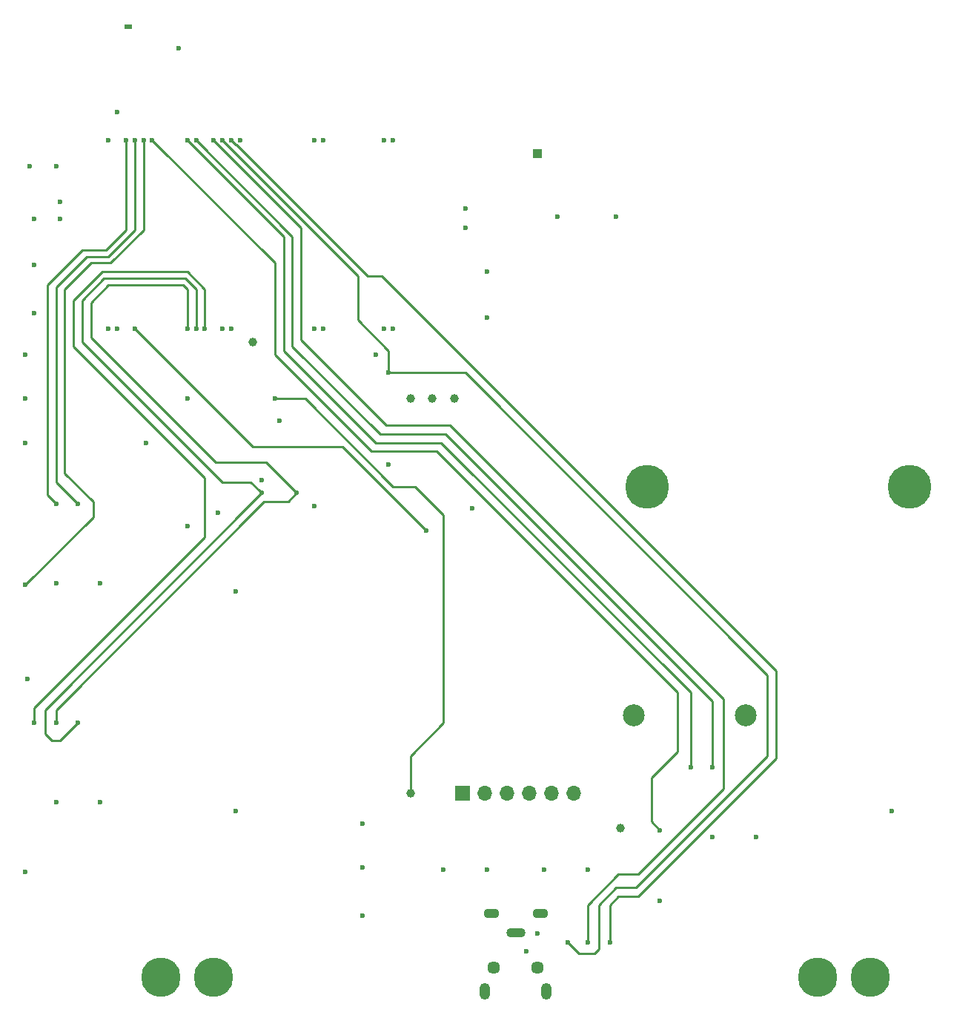
<source format=gbr>
G04 #@! TF.FileFunction,Copper,L4,Bot,Signal*
%FSLAX46Y46*%
G04 Gerber Fmt 4.6, Leading zero omitted, Abs format (unit mm)*
G04 Created by KiCad (PCBNEW 4.0.7-e2-6376~61~ubuntu18.04.1) date Thu Aug  9 16:35:42 2018*
%MOMM*%
%LPD*%
G01*
G04 APERTURE LIST*
%ADD10C,0.100000*%
%ADD11O,1.800000X1.100000*%
%ADD12O,2.200000X1.100000*%
%ADD13R,1.700000X1.700000*%
%ADD14O,1.700000X1.700000*%
%ADD15C,1.000000*%
%ADD16R,0.900000X0.500000*%
%ADD17C,1.450000*%
%ADD18O,1.200000X1.900000*%
%ADD19R,1.000000X1.000000*%
%ADD20C,4.500000*%
%ADD21C,2.500000*%
%ADD22C,5.000000*%
%ADD23C,0.600000*%
%ADD24C,0.250000*%
G04 APERTURE END LIST*
D10*
D11*
X152200000Y-128750000D03*
X157800000Y-128750000D03*
D12*
X155000000Y-130900000D03*
D13*
X148920000Y-115000000D03*
D14*
X151460000Y-115000000D03*
X154000000Y-115000000D03*
X156540000Y-115000000D03*
X159080000Y-115000000D03*
X161620000Y-115000000D03*
D15*
X143000000Y-115000000D03*
X167000000Y-119000000D03*
X145500000Y-70000000D03*
X148000000Y-70000000D03*
X143000000Y-70000000D03*
D16*
X110750000Y-27500000D03*
D15*
X125000000Y-63500000D03*
D17*
X152500000Y-134900000D03*
X157500000Y-134900000D03*
D18*
X151500000Y-137600000D03*
X158500000Y-137600000D03*
D19*
X157500000Y-42000000D03*
D20*
X189500000Y-136000000D03*
X195500000Y-136000000D03*
X114500000Y-136000000D03*
X120500000Y-136000000D03*
D21*
X168500000Y-106100000D03*
X181300000Y-106100000D03*
D22*
X170000000Y-80000000D03*
X200000000Y-80000000D03*
D23*
X100000000Y-49500000D03*
X103000000Y-49500000D03*
X103000000Y-47500000D03*
X109500000Y-37250000D03*
X99500000Y-43500000D03*
X102500000Y-43500000D03*
X116500000Y-30000000D03*
X166500000Y-49250000D03*
X159750000Y-49250000D03*
X151750000Y-55500000D03*
X149250000Y-50500000D03*
X149250000Y-48250000D03*
X127500000Y-70000000D03*
X126000000Y-79250000D03*
X146750000Y-123750000D03*
X151750000Y-123750000D03*
X163250000Y-123750000D03*
X158250000Y-123750000D03*
X132000000Y-82250000D03*
X157500000Y-131000000D03*
X156250000Y-133000000D03*
X137500000Y-129000000D03*
X137500000Y-118500000D03*
X121000000Y-83000000D03*
X117500000Y-84500000D03*
X141000000Y-40500000D03*
X140000000Y-40500000D03*
X133000000Y-40500000D03*
X132000000Y-40500000D03*
X123500000Y-40500000D03*
X108500000Y-40500000D03*
X109500000Y-62000000D03*
X108500000Y-62000000D03*
X122500000Y-62000000D03*
X141000000Y-62000000D03*
X140000000Y-62000000D03*
X132000000Y-62000000D03*
X133000000Y-62000000D03*
X100000000Y-54750000D03*
X99000000Y-70000000D03*
X99000000Y-75000000D03*
X198000000Y-117000000D03*
X182500000Y-120000000D03*
X177500000Y-120000000D03*
X123000000Y-92000000D03*
X102500000Y-91000000D03*
X107500000Y-91000000D03*
X123000000Y-117000000D03*
X102500000Y-116000000D03*
X107500000Y-116000000D03*
X151750000Y-60750000D03*
X140500000Y-77500000D03*
X150000000Y-82500000D03*
X128000000Y-72500000D03*
X112750000Y-75000000D03*
X99250000Y-102000000D03*
X171500000Y-127250000D03*
X137500000Y-123500000D03*
X100000000Y-60250000D03*
X117500000Y-70000000D03*
X121500000Y-62000000D03*
X99000000Y-65000000D03*
X99000000Y-124000000D03*
X139000000Y-65000000D03*
X161000000Y-132000000D03*
X140500000Y-67000000D03*
X121500000Y-40500000D03*
X122500000Y-40500000D03*
X165750000Y-132000000D03*
X120500000Y-40500000D03*
X163250000Y-132000000D03*
X171500000Y-119250000D03*
X113500000Y-40500000D03*
X99000000Y-91250000D03*
X112500000Y-40500000D03*
X118500000Y-40500000D03*
X177500000Y-112000000D03*
X117500000Y-40500000D03*
X175000000Y-112000000D03*
X111500000Y-40500000D03*
X105000000Y-82000000D03*
X110500000Y-40500000D03*
X102500000Y-82000000D03*
X111500000Y-62000000D03*
X144750000Y-85000000D03*
X100000000Y-107000000D03*
X119500000Y-62000000D03*
X130000000Y-80750000D03*
X102500000Y-107000000D03*
X117500000Y-62000000D03*
X126000000Y-80750000D03*
X105000000Y-107000000D03*
X118500000Y-62000000D03*
D24*
X143000000Y-115000000D02*
X143000000Y-110750000D01*
X143000000Y-110750000D02*
X146750000Y-107000000D01*
X146750000Y-107000000D02*
X146750000Y-83250000D01*
X146750000Y-83250000D02*
X143500000Y-80000000D01*
X143500000Y-80000000D02*
X141000000Y-80000000D01*
X141000000Y-80000000D02*
X131000000Y-70000000D01*
X131000000Y-70000000D02*
X127500000Y-70000000D01*
X140500000Y-67000000D02*
X149250000Y-67000000D01*
X149250000Y-67000000D02*
X183750000Y-101500000D01*
X168750000Y-125750000D02*
X166500000Y-125750000D01*
X183750000Y-101500000D02*
X183750000Y-110750000D01*
X183750000Y-110750000D02*
X168750000Y-125750000D01*
X164000000Y-133250000D02*
X162250000Y-133250000D01*
X166500000Y-125750000D02*
X164500000Y-127750000D01*
X164500000Y-127750000D02*
X164500000Y-132750000D01*
X164500000Y-132750000D02*
X164000000Y-133250000D01*
X162250000Y-133250000D02*
X161000000Y-132000000D01*
X121500000Y-40500000D02*
X137000000Y-56000000D01*
X140500000Y-64500000D02*
X140500000Y-67000000D01*
X137000000Y-56000000D02*
X137000000Y-61000000D01*
X137000000Y-61000000D02*
X140500000Y-64500000D01*
X184750000Y-101000000D02*
X184750000Y-111000000D01*
X138074998Y-56000000D02*
X139750000Y-56000000D01*
X184750000Y-101000000D02*
X139750000Y-56000000D01*
X123074998Y-41000000D02*
X138074998Y-56000000D01*
X169000000Y-126750000D02*
X166750000Y-126750000D01*
X184750000Y-111000000D02*
X169000000Y-126750000D01*
X166750000Y-126750000D02*
X165750000Y-127750000D01*
X165750000Y-127750000D02*
X165750000Y-132000000D01*
X122500000Y-40500000D02*
X123000000Y-41000000D01*
X123000000Y-41000000D02*
X123074998Y-41000000D01*
X120500000Y-40500000D02*
X130500000Y-50500000D01*
X130500000Y-50500000D02*
X130500000Y-63250000D01*
X130500000Y-63250000D02*
X140250000Y-73000000D01*
X140250000Y-73000000D02*
X147500000Y-73000000D01*
X147500000Y-73000000D02*
X178750000Y-104250000D01*
X178750000Y-104250000D02*
X178750000Y-114500000D01*
X178750000Y-114500000D02*
X169000000Y-124250000D01*
X169000000Y-124250000D02*
X166750000Y-124250000D01*
X166750000Y-124250000D02*
X163250000Y-127750000D01*
X163250000Y-127750000D02*
X163250000Y-132000000D01*
X113500000Y-40500000D02*
X127500000Y-54500000D01*
X173500000Y-103500000D02*
X173500000Y-110250000D01*
X127500000Y-54500000D02*
X127500000Y-65000000D01*
X127500000Y-65000000D02*
X138500000Y-76000000D01*
X173500000Y-110250000D02*
X170500000Y-113250000D01*
X138500000Y-76000000D02*
X146000000Y-76000000D01*
X146000000Y-76000000D02*
X173500000Y-103500000D01*
X170500000Y-113250000D02*
X170500000Y-118250000D01*
X170500000Y-118250000D02*
X171500000Y-119250000D01*
X108750000Y-54500000D02*
X106500000Y-54500000D01*
X103500000Y-57500000D02*
X103500000Y-78500000D01*
X106500000Y-54500000D02*
X103500000Y-57500000D01*
X112500000Y-40500000D02*
X112500000Y-50750000D01*
X112500000Y-50750000D02*
X108750000Y-54500000D01*
X103500000Y-78500000D02*
X106750000Y-81750000D01*
X106750000Y-81750000D02*
X106750000Y-83500000D01*
X106750000Y-83500000D02*
X99000000Y-91250000D01*
X129500000Y-51500000D02*
X129500000Y-64000000D01*
X139500000Y-74000000D02*
X147000000Y-74000000D01*
X129500000Y-64000000D02*
X139500000Y-74000000D01*
X118500000Y-40500000D02*
X129500000Y-51500000D01*
X177500000Y-104500000D02*
X177500000Y-112000000D01*
X147000000Y-74000000D02*
X177500000Y-104500000D01*
X128500000Y-51500000D02*
X128500000Y-64500000D01*
X139000000Y-75000000D02*
X146500000Y-75000000D01*
X128500000Y-64500000D02*
X139000000Y-75000000D01*
X117500000Y-40500000D02*
X128500000Y-51500000D01*
X146500000Y-75000000D02*
X175000000Y-103500000D01*
X175000000Y-103500000D02*
X175000000Y-112000000D01*
X108500000Y-53750000D02*
X106000000Y-53750000D01*
X102500000Y-57250000D02*
X102500000Y-79500000D01*
X106000000Y-53750000D02*
X102500000Y-57250000D01*
X111500000Y-40500000D02*
X111500000Y-50750000D01*
X111500000Y-50750000D02*
X108500000Y-53750000D01*
X102500000Y-79500000D02*
X105000000Y-82000000D01*
X108250000Y-53000000D02*
X105500000Y-53000000D01*
X101500000Y-57000000D02*
X101500000Y-81000000D01*
X105500000Y-53000000D02*
X101500000Y-57000000D01*
X110500000Y-40500000D02*
X110500000Y-50750000D01*
X110500000Y-50750000D02*
X108250000Y-53000000D01*
X101500000Y-81000000D02*
X102500000Y-82000000D01*
X111500000Y-62000000D02*
X125000000Y-75500000D01*
X125000000Y-75500000D02*
X135250000Y-75500000D01*
X135250000Y-75500000D02*
X144750000Y-85000000D01*
X119500000Y-62000000D02*
X119500000Y-57500000D01*
X119500000Y-57500000D02*
X117500000Y-55500000D01*
X104500000Y-58750000D02*
X104500000Y-64000000D01*
X117500000Y-55500000D02*
X107750000Y-55500000D01*
X107750000Y-55500000D02*
X104500000Y-58750000D01*
X104500000Y-64000000D02*
X119500000Y-79000000D01*
X119500000Y-79000000D02*
X119500000Y-85750000D01*
X119500000Y-85750000D02*
X100000000Y-105250000D01*
X100000000Y-105250000D02*
X100000000Y-107000000D01*
X130000000Y-80750000D02*
X126500000Y-77250000D01*
X126500000Y-77250000D02*
X120750000Y-77250000D01*
X120750000Y-77250000D02*
X106500000Y-63000000D01*
X106500000Y-63000000D02*
X106500000Y-59000000D01*
X106500000Y-59000000D02*
X108500000Y-57000000D01*
X108500000Y-57000000D02*
X117000000Y-57000000D01*
X117000000Y-57000000D02*
X117500000Y-57500000D01*
X117500000Y-57500000D02*
X117500000Y-62000000D01*
X126250000Y-81750000D02*
X102500000Y-105500000D01*
X126250000Y-81750000D02*
X129000000Y-81750000D01*
X129000000Y-81750000D02*
X130000000Y-80750000D01*
X102500000Y-105500000D02*
X102500000Y-107000000D01*
X126000000Y-80750000D02*
X101250000Y-105500000D01*
X102000000Y-109000000D02*
X103000000Y-109000000D01*
X101250000Y-105500000D02*
X101250000Y-108250000D01*
X101250000Y-108250000D02*
X102000000Y-109000000D01*
X103000000Y-109000000D02*
X105000000Y-107000000D01*
X121500000Y-79500000D02*
X124750000Y-79500000D01*
X126000000Y-80750000D02*
X125700001Y-80450001D01*
X125700001Y-80450001D02*
X124750000Y-79500000D01*
X118500000Y-62000000D02*
X118500000Y-57500000D01*
X118500000Y-57500000D02*
X117250000Y-56250000D01*
X117250000Y-56250000D02*
X108000000Y-56250000D01*
X108000000Y-56250000D02*
X105500000Y-58750000D01*
X105500000Y-58750000D02*
X105500000Y-63500000D01*
X105500000Y-63500000D02*
X121500000Y-79500000D01*
M02*

</source>
